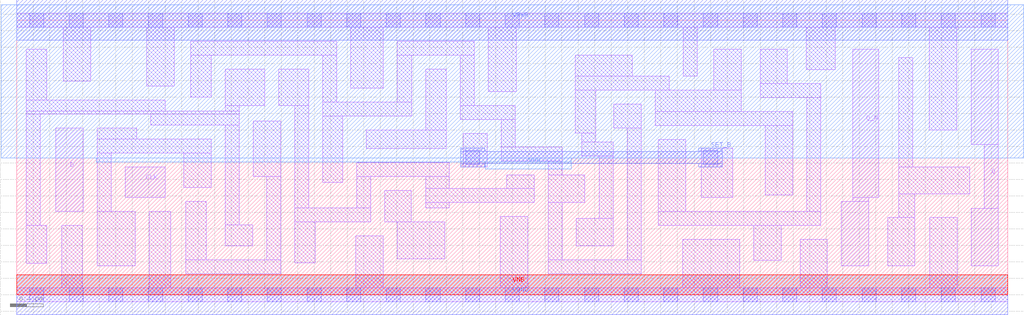
<source format=lef>
# Copyright 2020 The SkyWater PDK Authors
#
# Licensed under the Apache License, Version 2.0 (the "License");
# you may not use this file except in compliance with the License.
# You may obtain a copy of the License at
#
#     https://www.apache.org/licenses/LICENSE-2.0
#
# Unless required by applicable law or agreed to in writing, software
# distributed under the License is distributed on an "AS IS" BASIS,
# WITHOUT WARRANTIES OR CONDITIONS OF ANY KIND, either express or implied.
# See the License for the specific language governing permissions and
# limitations under the License.
#
# SPDX-License-Identifier: Apache-2.0

VERSION 5.7 ;
  NOWIREEXTENSIONATPIN ON ;
  DIVIDERCHAR "/" ;
  BUSBITCHARS "[]" ;
MACRO sky130_fd_sc_ms__dfsbp_1
  CLASS CORE ;
  FOREIGN sky130_fd_sc_ms__dfsbp_1 ;
  ORIGIN  0.000000  0.000000 ;
  SIZE  12.00000 BY  3.330000 ;
  SYMMETRY X Y ;
  SITE unit ;
  PIN D
    ANTENNAGATEAREA  0.138600 ;
    DIRECTION INPUT ;
    USE SIGNAL ;
    PORT
      LAYER li1 ;
        RECT 0.475000 1.010000 0.805000 2.020000 ;
    END
  END D
  PIN Q
    ANTENNADIFFAREA  0.524500 ;
    DIRECTION OUTPUT ;
    USE SIGNAL ;
    PORT
      LAYER li1 ;
        RECT 11.555000 0.350000 11.885000 1.050000 ;
        RECT 11.555000 1.820000 11.885000 2.980000 ;
        RECT 11.715000 1.050000 11.885000 1.820000 ;
    END
  END Q
  PIN Q_N
    ANTENNADIFFAREA  0.524500 ;
    DIRECTION OUTPUT ;
    USE SIGNAL ;
    PORT
      LAYER li1 ;
        RECT  9.985000 0.350000 10.315000 1.130000 ;
        RECT 10.120000 1.130000 10.315000 1.180000 ;
        RECT 10.120000 1.180000 10.435000 2.980000 ;
    END
  END Q_N
  PIN SET_B
    ANTENNAGATEAREA  0.277200 ;
    DIRECTION INPUT ;
    USE SIGNAL ;
    PORT
      LAYER met1 ;
        RECT 5.375000 1.550000 5.665000 1.595000 ;
        RECT 5.375000 1.595000 8.545000 1.735000 ;
        RECT 5.375000 1.735000 5.665000 1.780000 ;
        RECT 8.255000 1.550000 8.545000 1.595000 ;
        RECT 8.255000 1.735000 8.545000 1.780000 ;
    END
  END SET_B
  PIN CLK
    ANTENNAGATEAREA  0.312600 ;
    DIRECTION INPUT ;
    USE CLOCK ;
    PORT
      LAYER li1 ;
        RECT 1.315000 1.180000 1.795000 1.550000 ;
    END
  END CLK
  PIN VGND
    DIRECTION INOUT ;
    USE GROUND ;
    PORT
      LAYER met1 ;
        RECT 0.000000 -0.245000 12.000000 0.245000 ;
    END
  END VGND
  PIN VNB
    DIRECTION INOUT ;
    USE GROUND ;
    PORT
      LAYER pwell ;
        RECT 0.000000 0.000000 12.000000 0.245000 ;
    END
  END VNB
  PIN VPB
    DIRECTION INOUT ;
    USE POWER ;
    PORT
      LAYER nwell ;
        RECT -0.190000 1.660000 12.190000 3.520000 ;
        RECT  0.965000 1.610000  6.715000 1.660000 ;
        RECT  5.675000 1.525000  6.715000 1.610000 ;
    END
  END VPB
  PIN VPWR
    DIRECTION INOUT ;
    USE POWER ;
    PORT
      LAYER met1 ;
        RECT 0.000000 3.085000 12.000000 3.575000 ;
    END
  END VPWR
  OBS
    LAYER li1 ;
      RECT  0.000000 -0.085000 12.000000 0.085000 ;
      RECT  0.000000  3.245000 12.000000 3.415000 ;
      RECT  0.115000  0.380000  0.365000 0.840000 ;
      RECT  0.115000  0.840000  0.285000 2.190000 ;
      RECT  0.115000  2.190000  2.695000 2.230000 ;
      RECT  0.115000  2.230000  1.795000 2.360000 ;
      RECT  0.115000  2.360000  0.365000 2.980000 ;
      RECT  0.545000  0.085000  0.795000 0.840000 ;
      RECT  0.565000  2.590000  0.895000 3.245000 ;
      RECT  0.975000  0.350000  1.435000 1.010000 ;
      RECT  0.975000  1.010000  1.145000 1.720000 ;
      RECT  0.975000  1.720000  2.355000 1.890000 ;
      RECT  0.975000  1.890000  1.455000 2.020000 ;
      RECT  1.575000  2.530000  1.905000 3.245000 ;
      RECT  1.605000  0.085000  1.865000 1.010000 ;
      RECT  1.625000  2.060000  2.695000 2.190000 ;
      RECT  2.025000  1.300000  2.355000 1.720000 ;
      RECT  2.045000  0.255000  3.195000 0.425000 ;
      RECT  2.045000  0.425000  2.295000 1.130000 ;
      RECT  2.105000  2.400000  2.355000 2.905000 ;
      RECT  2.105000  2.905000  3.875000 3.075000 ;
      RECT  2.525000  0.595000  2.855000 0.845000 ;
      RECT  2.525000  0.845000  2.695000 2.060000 ;
      RECT  2.525000  2.230000  2.695000 2.295000 ;
      RECT  2.525000  2.295000  3.005000 2.735000 ;
      RECT  2.865000  1.435000  3.195000 2.105000 ;
      RECT  3.025000  0.425000  3.195000 1.435000 ;
      RECT  3.175000  2.295000  3.535000 2.735000 ;
      RECT  3.365000  0.385000  3.615000 0.885000 ;
      RECT  3.365000  0.885000  4.285000 1.055000 ;
      RECT  3.365000  1.055000  3.535000 2.295000 ;
      RECT  3.705000  1.360000  3.945000 2.165000 ;
      RECT  3.705000  2.165000  4.780000 2.335000 ;
      RECT  3.705000  2.335000  3.875000 2.905000 ;
      RECT  4.045000  2.505000  4.440000 3.245000 ;
      RECT  4.105000  0.085000  4.435000 0.715000 ;
      RECT  4.115000  1.055000  4.285000 1.435000 ;
      RECT  4.115000  1.435000  5.235000 1.605000 ;
      RECT  4.230000  1.775000  5.200000 1.995000 ;
      RECT  4.455000  0.885000  4.775000 1.265000 ;
      RECT  4.605000  0.435000  5.180000 0.885000 ;
      RECT  4.610000  2.335000  4.780000 2.905000 ;
      RECT  4.610000  2.905000  5.540000 3.075000 ;
      RECT  4.950000  1.055000  5.235000 1.120000 ;
      RECT  4.950000  1.120000  6.265000 1.290000 ;
      RECT  4.950000  1.290000  5.235000 1.435000 ;
      RECT  4.950000  1.995000  5.200000 2.735000 ;
      RECT  5.370000  2.125000  6.035000 2.295000 ;
      RECT  5.370000  2.295000  5.540000 2.905000 ;
      RECT  5.405000  1.550000  5.695000 1.955000 ;
      RECT  5.710000  2.465000  6.050000 3.245000 ;
      RECT  5.855000  0.085000  6.185000 0.950000 ;
      RECT  5.865000  1.620000  6.605000 1.790000 ;
      RECT  5.865000  1.790000  6.035000 2.125000 ;
      RECT  5.935000  1.290000  6.265000 1.450000 ;
      RECT  6.435000  0.255000  7.560000 0.425000 ;
      RECT  6.435000  0.425000  6.605000 1.120000 ;
      RECT  6.435000  1.120000  6.880000 1.450000 ;
      RECT  6.435000  1.450000  6.605000 1.620000 ;
      RECT  6.760000  1.960000  7.010000 2.480000 ;
      RECT  6.760000  2.480000  7.900000 2.650000 ;
      RECT  6.760000  2.650000  7.450000 2.905000 ;
      RECT  6.775000  0.595000  7.220000 0.925000 ;
      RECT  6.840000  1.680000  7.220000 1.850000 ;
      RECT  6.840000  1.850000  7.010000 1.960000 ;
      RECT  7.050000  0.925000  7.220000 1.680000 ;
      RECT  7.230000  2.020000  7.560000 2.310000 ;
      RECT  7.390000  0.425000  7.560000 2.020000 ;
      RECT  7.730000  2.050000  9.395000 2.220000 ;
      RECT  7.730000  2.220000  8.770000 2.480000 ;
      RECT  7.770000  0.840000  9.735000 1.010000 ;
      RECT  7.770000  1.010000  8.100000 1.880000 ;
      RECT  8.065000  0.085000  8.755000 0.670000 ;
      RECT  8.070000  2.650000  8.240000 3.245000 ;
      RECT  8.285000  1.180000  8.670000 1.780000 ;
      RECT  8.440000  2.480000  8.770000 2.980000 ;
      RECT  8.925000  0.415000  9.255000 0.840000 ;
      RECT  9.000000  2.390000  9.735000 2.560000 ;
      RECT  9.000000  2.560000  9.330000 2.980000 ;
      RECT  9.065000  1.210000  9.395000 2.050000 ;
      RECT  9.485000  0.085000  9.815000 0.670000 ;
      RECT  9.560000  2.730000  9.910000 3.245000 ;
      RECT  9.565000  1.010000  9.735000 2.390000 ;
      RECT 10.545000  0.350000 10.875000 0.940000 ;
      RECT 10.680000  0.940000 10.875000 1.220000 ;
      RECT 10.680000  1.220000 11.540000 1.550000 ;
      RECT 10.680000  1.550000 10.850000 2.875000 ;
      RECT 11.050000  1.995000 11.380000 3.245000 ;
      RECT 11.055000  0.085000 11.385000 0.940000 ;
    LAYER mcon ;
      RECT  0.155000 -0.085000  0.325000 0.085000 ;
      RECT  0.155000  3.245000  0.325000 3.415000 ;
      RECT  0.635000 -0.085000  0.805000 0.085000 ;
      RECT  0.635000  3.245000  0.805000 3.415000 ;
      RECT  1.115000 -0.085000  1.285000 0.085000 ;
      RECT  1.115000  3.245000  1.285000 3.415000 ;
      RECT  1.595000 -0.085000  1.765000 0.085000 ;
      RECT  1.595000  3.245000  1.765000 3.415000 ;
      RECT  2.075000 -0.085000  2.245000 0.085000 ;
      RECT  2.075000  3.245000  2.245000 3.415000 ;
      RECT  2.555000 -0.085000  2.725000 0.085000 ;
      RECT  2.555000  3.245000  2.725000 3.415000 ;
      RECT  3.035000 -0.085000  3.205000 0.085000 ;
      RECT  3.035000  3.245000  3.205000 3.415000 ;
      RECT  3.515000 -0.085000  3.685000 0.085000 ;
      RECT  3.515000  3.245000  3.685000 3.415000 ;
      RECT  3.995000 -0.085000  4.165000 0.085000 ;
      RECT  3.995000  3.245000  4.165000 3.415000 ;
      RECT  4.475000 -0.085000  4.645000 0.085000 ;
      RECT  4.475000  3.245000  4.645000 3.415000 ;
      RECT  4.955000 -0.085000  5.125000 0.085000 ;
      RECT  4.955000  3.245000  5.125000 3.415000 ;
      RECT  5.435000 -0.085000  5.605000 0.085000 ;
      RECT  5.435000  1.580000  5.605000 1.750000 ;
      RECT  5.435000  3.245000  5.605000 3.415000 ;
      RECT  5.915000 -0.085000  6.085000 0.085000 ;
      RECT  5.915000  3.245000  6.085000 3.415000 ;
      RECT  6.395000 -0.085000  6.565000 0.085000 ;
      RECT  6.395000  3.245000  6.565000 3.415000 ;
      RECT  6.875000 -0.085000  7.045000 0.085000 ;
      RECT  6.875000  3.245000  7.045000 3.415000 ;
      RECT  7.355000 -0.085000  7.525000 0.085000 ;
      RECT  7.355000  3.245000  7.525000 3.415000 ;
      RECT  7.835000 -0.085000  8.005000 0.085000 ;
      RECT  7.835000  3.245000  8.005000 3.415000 ;
      RECT  8.315000 -0.085000  8.485000 0.085000 ;
      RECT  8.315000  1.580000  8.485000 1.750000 ;
      RECT  8.315000  3.245000  8.485000 3.415000 ;
      RECT  8.795000 -0.085000  8.965000 0.085000 ;
      RECT  8.795000  3.245000  8.965000 3.415000 ;
      RECT  9.275000 -0.085000  9.445000 0.085000 ;
      RECT  9.275000  3.245000  9.445000 3.415000 ;
      RECT  9.755000 -0.085000  9.925000 0.085000 ;
      RECT  9.755000  3.245000  9.925000 3.415000 ;
      RECT 10.235000 -0.085000 10.405000 0.085000 ;
      RECT 10.235000  3.245000 10.405000 3.415000 ;
      RECT 10.715000 -0.085000 10.885000 0.085000 ;
      RECT 10.715000  3.245000 10.885000 3.415000 ;
      RECT 11.195000 -0.085000 11.365000 0.085000 ;
      RECT 11.195000  3.245000 11.365000 3.415000 ;
      RECT 11.675000 -0.085000 11.845000 0.085000 ;
      RECT 11.675000  3.245000 11.845000 3.415000 ;
  END
END sky130_fd_sc_ms__dfsbp_1
END LIBRARY

</source>
